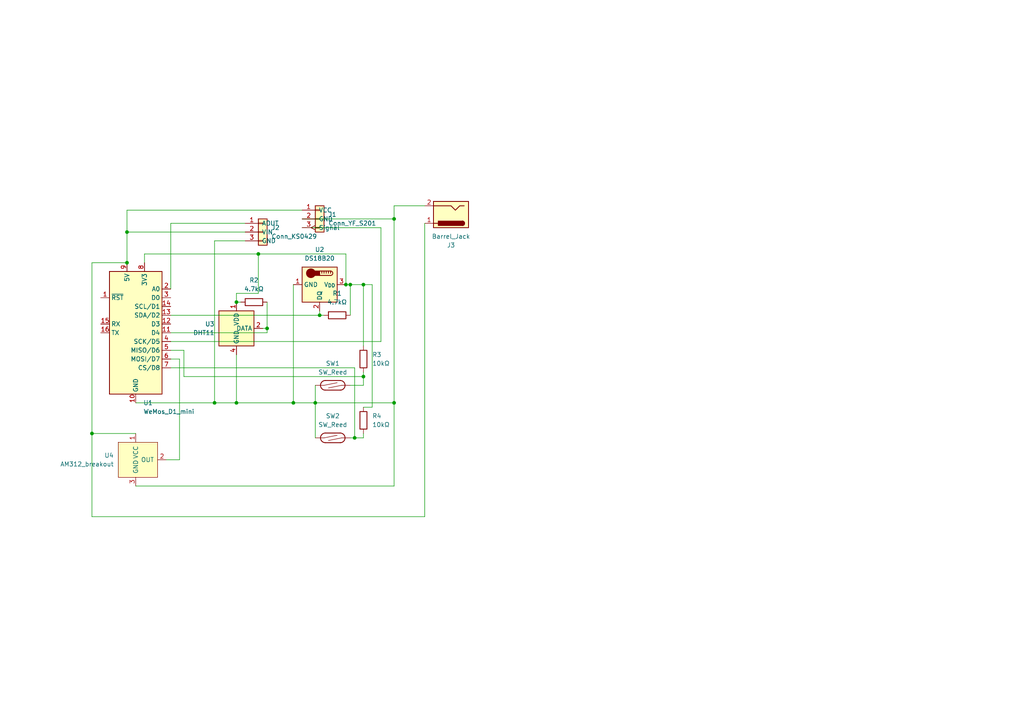
<source format=kicad_sch>
(kicad_sch (version 20231120) (generator "eeschema") (generator_version "8.0")
  (paper "A4")
  (lib_symbols
    (symbol "AM312_Breakout:AM312_breakout" (pin_names (offset 1.016))
      (property "Reference" "U" (at -3.81 6.35 0))
      (property "Value" "AM312_breakout" (at 8.89 6.35 0))
      (symbol "AM312_breakout_1_1"
        (rectangle (start -5.08 5.08) (end 6.35 -5.08) (fill (type background)))
        (pin power_in line (at 0 7.62 270) (length 2.54) (name "VCC") (number "1"))
        (pin output line (at 8.89 0 180) (length 2.54) (name "OUT") (number "2"))
        (pin power_in line (at 0 -7.62 90) (length 2.54) (name "GND") (number "3"))
      )
    )
    (symbol "Connector:Barrel_Jack" (pin_names (offset 1.016))
      (property "Reference" "J" (at 0 5.334 0))
      (property "Value" "Barrel_Jack" (at 0 -5.08 0))
      (symbol "Barrel_Jack_0_1"
        (rectangle (start -5.08 3.81) (end 5.08 -3.81) (stroke (width 0.254)) (fill (type background)))
        (arc (start -3.302 3.175) (mid -3.9343 2.54) (end -3.302 1.905) (stroke (width 0.254)))
        (arc (start -3.302 3.175) (mid -3.9343 2.54) (end -3.302 1.905) (stroke (width 0.254)) (fill (type outline)))
        (polyline (pts (xy 5.08 2.54) (xy 3.81 2.54)) (stroke (width 0.254)))
        (polyline (pts (xy -3.81 -2.54) (xy -2.54 -2.54) (xy -1.27 -1.27) (xy 0 -2.54) (xy 2.54 -2.54) (xy 5.08 -2.54)) (stroke (width 0.254)))
        (rectangle (start 3.683 3.175) (end -3.302 1.905) (stroke (width 0.254)) (fill (type outline)))
      )
      (symbol "Barrel_Jack_1_1"
        (pin passive line (at 7.62 2.54 180) (length 2.54) (name "~") (number "1"))
        (pin passive line (at 7.62 -2.54 180) (length 2.54) (name "~") (number "2"))
      )
    )
    (symbol "CustomComponents:Conn_KS0429" (pin_names (offset 1.016))
      (property "Reference" "J" (at 0 5.08 0))
      (property "Value" "Conn_KS0429" (at 0 -5.08 0))
      (symbol "Conn_KS0429_1_1"
        (rectangle (start -1.27 -2.413) (end 0 -2.667) (stroke (width 0.1524)))
        (rectangle (start -1.27 0.127) (end 0 -0.127) (stroke (width 0.1524)))
        (rectangle (start -1.27 2.667) (end 0 2.413) (stroke (width 0.1524)))
        (rectangle (start -1.27 3.81) (end 1.27 -3.81) (stroke (width 0.254)) (fill (type background)))
        (pin output line (at -5.08 2.54 0) (length 3.81) (name "AOUT") (number "1"))
        (pin power_in line (at -5.08 0 0) (length 3.81) (name "VIN") (number "2"))
        (pin power_in line (at -5.08 -2.54 0) (length 3.81) (name "GND") (number "3"))
      )
    )
    (symbol "CustomComponents:Conn_YF_S201" (pin_names (offset 1.016))
      (property "Reference" "J" (at 0 5.08 0))
      (property "Value" "Conn_YF_S201" (at 0 -5.08 0))
      (symbol "Conn_YF_S201_1_1"
        (rectangle (start -1.27 -2.413) (end 0 -2.667) (stroke (width 0.1524)))
        (rectangle (start -1.27 0.127) (end 0 -0.127) (stroke (width 0.1524)))
        (rectangle (start -1.27 2.667) (end 0 2.413) (stroke (width 0.1524)))
        (rectangle (start -1.27 3.81) (end 1.27 -3.81) (stroke (width 0.254)) (fill (type background)))
        (pin power_in line (at -5.08 2.54 0) (length 3.81) (name "VCC") (number "1"))
        (pin power_in line (at -5.08 0 0) (length 3.81) (name "GND") (number "2"))
        (pin output edge_clock_high (at -5.08 -2.54 0) (length 3.81) (name "Signal") (number "3"))
      )
    )
    (symbol "Device:R" (pin_numbers hide) (pin_names (offset 0))
      (property "Reference" "R" (at 2.032 0 90))
      (property "Value" "R" (at 0 0 90))
      (symbol "R_0_1"
        (rectangle (start -1.016 -2.54) (end 1.016 2.54) (stroke (width 0.254)))
      )
      (symbol "R_1_1"
        (pin passive line (at 0 3.81 270) (length 1.27) (name "~") (number "1"))
        (pin passive line (at 0 -3.81 90) (length 1.27) (name "~") (number "2"))
      )
    )
    (symbol "MCU_Module:WeMos_D1_mini"
      (property "Reference" "U" (at 3.81 19.05 0))
      (property "Value" "WeMos_D1_mini" (at 1.27 -19.05 0))
      (symbol "WeMos_D1_mini_1_1"
        (rectangle (start -7.62 17.78) (end 7.62 -17.78) (stroke (width 0.254)) (fill (type background)))
        (pin input line (at -10.16 10.16 0) (length 2.54) (name "~{RST}") (number "1"))
        (pin power_in line (at 0 -20.32 90) (length 2.54) (name "GND") (number "10"))
        (pin bidirectional line (at 10.16 0 180) (length 2.54) (name "D4") (number "11"))
        (pin bidirectional line (at 10.16 2.54 180) (length 2.54) (name "D3") (number "12"))
        (pin bidirectional line (at 10.16 5.08 180) (length 2.54) (name "SDA/D2") (number "13"))
        (pin bidirectional line (at 10.16 7.62 180) (length 2.54) (name "SCL/D1") (number "14"))
        (pin input line (at -10.16 2.54 0) (length 2.54) (name "RX") (number "15"))
        (pin output line (at -10.16 0 0) (length 2.54) (name "TX") (number "16"))
        (pin input line (at 10.16 12.7 180) (length 2.54) (name "A0") (number "2"))
        (pin bidirectional line (at 10.16 10.16 180) (length 2.54) (name "D0") (number "3"))
        (pin bidirectional line (at 10.16 -2.54 180) (length 2.54) (name "SCK/D5") (number "4"))
        (pin bidirectional line (at 10.16 -5.08 180) (length 2.54) (name "MISO/D6") (number "5"))
        (pin bidirectional line (at 10.16 -7.62 180) (length 2.54) (name "MOSI/D7") (number "6"))
        (pin bidirectional line (at 10.16 -10.16 180) (length 2.54) (name "CS/D8") (number "7"))
        (pin power_out line (at 2.54 20.32 270) (length 2.54) (name "3V3") (number "8"))
        (pin power_in line (at -2.54 20.32 270) (length 2.54) (name "5V") (number "9"))
      )
    )
    (symbol "Sensor:DHT11"
      (property "Reference" "U" (at -3.81 6.35 0))
      (property "Value" "DHT11" (at 3.81 6.35 0))
      (symbol "DHT11_0_1"
        (rectangle (start -5.08 5.08) (end 5.08 -5.08) (stroke (width 0.254)) (fill (type background)))
      )
      (symbol "DHT11_1_1"
        (pin power_in line (at 0 7.62 270) (length 2.54) (name "VDD") (number "1"))
        (pin bidirectional line (at 7.62 0 180) (length 2.54) (name "DATA") (number "2"))
        (pin no_connect line (at -5.08 0 0) (length 2.54) hide (name "NC") (number "3"))
        (pin power_in line (at 0 -7.62 90) (length 2.54) (name "GND") (number "4"))
      )
    )
    (symbol "Sensor_Temperature:DS18B20"
      (property "Reference" "U" (at -3.81 6.35 0))
      (property "Value" "DS18B20" (at 6.35 6.35 0))
      (symbol "DS18B20_0_1"
        (rectangle (start -5.08 5.08) (end 5.08 -5.08) (stroke (width 0.254)) (fill (type background)))
        (circle (center -3.302 -2.54) (radius 1.27) (stroke (width 0.254)) (fill (type outline)))
        (rectangle (start -2.667 -1.905) (end -3.937 0) (stroke (width 0.254)) (fill (type outline)))
        (arc (start -2.667 3.175) (mid -3.302 3.8073) (end -3.937 3.175) (stroke (width 0.254)))
        (polyline (pts (xy -3.937 0.635) (xy -3.302 0.635)) (stroke (width 0.254)))
        (polyline (pts (xy -3.937 1.27) (xy -3.302 1.27)) (stroke (width 0.254)))
        (polyline (pts (xy -3.937 1.905) (xy -3.302 1.905)) (stroke (width 0.254)))
        (polyline (pts (xy -3.937 2.54) (xy -3.302 2.54)) (stroke (width 0.254)))
        (polyline (pts (xy -3.937 3.175) (xy -3.937 0)) (stroke (width 0.254)))
        (polyline (pts (xy -3.937 3.175) (xy -3.302 3.175)) (stroke (width 0.254)))
        (polyline (pts (xy -2.667 3.175) (xy -2.667 0)) (stroke (width 0.254)))
      )
      (symbol "DS18B20_1_1"
        (pin power_in line (at 0 -7.62 90) (length 2.54) (name "GND") (number "1"))
        (pin bidirectional line (at 7.62 0 180) (length 2.54) (name "DQ") (number "2"))
        (pin power_in line (at 0 7.62 270) (length 2.54) (name "V_{DD}") (number "3"))
      )
    )
    (symbol "Switch:SW_Reed" (pin_numbers hide) (pin_names (offset 0) hide)
      (property "Reference" "SW" (at 0 2.54 0))
      (property "Value" "SW_Reed" (at 0 -2.54 0))
      (symbol "SW_Reed_0_0"
        (arc (start -2.159 1.397) (mid -3.55 0) (end -2.159 -1.397) (stroke (width 0.254)))
        (polyline (pts (xy -2.54 0) (xy 1.27 0.762)))
        (polyline (pts (xy -2.159 -1.397) (xy 2.286 -1.397)) (stroke (width 0.254)))
        (polyline (pts (xy 2.159 1.397) (xy -2.159 1.397)) (stroke (width 0.254)))
        (polyline (pts (xy 2.54 0) (xy -1.27 -0.762)))
        (arc (start 2.159 -1.397) (mid 3.55 0) (end 2.159 1.397) (stroke (width 0.254)))
      )
      (symbol "SW_Reed_1_1"
        (pin passive line (at -5.08 0 0) (length 2.54) (name "1") (number "1"))
        (pin passive line (at 5.08 0 180) (length 2.54) (name "2") (number "2"))
      )
    )
  )
  (junction (at 92.71 91.44))
  (junction (at 36.83 67.31))
  (junction (at 74.93 73.66))
  (junction (at 102.87 127))
  (junction (at 105.41 82.55))
  (junction (at 114.3 63.5))
  (junction (at 36.83 76.2))
  (junction (at 62.23 116.84))
  (junction (at 101.6 82.55))
  (junction (at 85.09 116.84))
  (junction (at 105.41 109.22))
  (junction (at 68.58 116.84))
  (junction (at 26.67 125.73))
  (junction (at 68.58 87.63))
  (junction (at 100.33 82.55))
  (junction (at 91.44 116.84))
  (junction (at 77.47 95.25))
  (junction (at 114.3 116.84))
  (wire (pts (xy 48.26 133.35) (xy 52.07 133.35)))
  (wire (pts (xy 62.23 69.85) (xy 71.12 69.85)))
  (wire (pts (xy 39.37 140.97) (xy 114.3 140.97)))
  (wire (pts (xy 100.33 82.55) (xy 101.6 82.55)))
  (wire (pts (xy 102.87 106.68) (xy 102.87 127)))
  (wire (pts (xy 87.63 63.5) (xy 114.3 63.5)))
  (wire (pts (xy 107.95 118.11) (xy 107.95 82.55)))
  (wire (pts (xy 68.58 116.84) (xy 85.09 116.84)))
  (wire (pts (xy 49.53 91.44) (xy 92.71 91.44)))
  (wire (pts (xy 49.53 106.68) (xy 102.87 106.68)))
  (wire (pts (xy 91.44 111.76) (xy 91.44 116.84)))
  (wire (pts (xy 91.44 116.84) (xy 91.44 127)))
  (wire (pts (xy 114.3 63.5) (xy 114.3 116.84)))
  (wire (pts (xy 87.63 60.96) (xy 36.83 60.96)))
  (wire (pts (xy 74.93 85.09) (xy 74.93 73.66)))
  (wire (pts (xy 92.71 91.44) (xy 93.98 91.44)))
  (wire (pts (xy 53.34 109.22) (xy 53.34 101.6)))
  (wire (pts (xy 36.83 60.96) (xy 36.83 67.31)))
  (wire (pts (xy 100.33 82.55) (xy 100.33 73.66)))
  (wire (pts (xy 92.71 91.44) (xy 92.71 90.17)))
  (wire (pts (xy 49.53 64.77) (xy 49.53 83.82)))
  (wire (pts (xy 68.58 87.63) (xy 68.58 85.09)))
  (wire (pts (xy 105.41 109.22) (xy 53.34 109.22)))
  (wire (pts (xy 114.3 140.97) (xy 114.3 116.84)))
  (wire (pts (xy 68.58 85.09) (xy 74.93 85.09)))
  (wire (pts (xy 53.34 101.6) (xy 49.53 101.6)))
  (wire (pts (xy 105.41 100.33) (xy 105.41 82.55)))
  (wire (pts (xy 101.6 82.55) (xy 105.41 82.55)))
  (wire (pts (xy 77.47 95.25) (xy 76.2 95.25)))
  (wire (pts (xy 105.41 125.73) (xy 105.41 127)))
  (wire (pts (xy 123.19 59.69) (xy 114.3 59.69)))
  (wire (pts (xy 62.23 69.85) (xy 62.23 116.84)))
  (wire (pts (xy 52.07 104.14) (xy 49.53 104.14)))
  (wire (pts (xy 105.41 127) (xy 102.87 127)))
  (wire (pts (xy 87.63 66.04) (xy 110.49 66.04)))
  (wire (pts (xy 105.41 109.22) (xy 105.41 111.76)))
  (wire (pts (xy 110.49 99.06) (xy 49.53 99.06)))
  (wire (pts (xy 41.91 73.66) (xy 41.91 76.2)))
  (wire (pts (xy 39.37 125.73) (xy 26.67 125.73)))
  (wire (pts (xy 105.41 118.11) (xy 107.95 118.11)))
  (wire (pts (xy 100.33 73.66) (xy 74.93 73.66)))
  (wire (pts (xy 105.41 111.76) (xy 101.6 111.76)))
  (wire (pts (xy 26.67 76.2) (xy 26.67 125.73)))
  (wire (pts (xy 71.12 64.77) (xy 49.53 64.77)))
  (wire (pts (xy 102.87 127) (xy 101.6 127)))
  (wire (pts (xy 101.6 91.44) (xy 101.6 82.55)))
  (wire (pts (xy 39.37 116.84) (xy 62.23 116.84)))
  (wire (pts (xy 26.67 76.2) (xy 36.83 76.2)))
  (wire (pts (xy 123.19 149.86) (xy 26.67 149.86)))
  (wire (pts (xy 77.47 87.63) (xy 77.47 95.25)))
  (wire (pts (xy 114.3 59.69) (xy 114.3 63.5)))
  (wire (pts (xy 52.07 133.35) (xy 52.07 104.14)))
  (wire (pts (xy 85.09 116.84) (xy 91.44 116.84)))
  (wire (pts (xy 91.44 116.84) (xy 114.3 116.84)))
  (wire (pts (xy 105.41 107.95) (xy 105.41 109.22)))
  (wire (pts (xy 74.93 73.66) (xy 41.91 73.66)))
  (wire (pts (xy 85.09 82.55) (xy 85.09 116.84)))
  (wire (pts (xy 68.58 102.87) (xy 68.58 116.84)))
  (wire (pts (xy 123.19 64.77) (xy 123.19 149.86)))
  (wire (pts (xy 62.23 116.84) (xy 68.58 116.84)))
  (wire (pts (xy 26.67 149.86) (xy 26.67 125.73)))
  (wire (pts (xy 110.49 66.04) (xy 110.49 99.06)))
  (wire (pts (xy 77.47 96.52) (xy 77.47 95.25)))
  (wire (pts (xy 36.83 67.31) (xy 36.83 76.2)))
  (wire (pts (xy 36.83 67.31) (xy 71.12 67.31)))
  (wire (pts (xy 107.95 82.55) (xy 105.41 82.55)))
  (wire (pts (xy 49.53 96.52) (xy 77.47 96.52)))
  (wire (pts (xy 68.58 87.63) (xy 69.85 87.63)))
  (symbol (lib_id "CustomComponents:Conn_YF_S201") (at 92.71 63.5 0) (unit 1)
    (property "Reference" "J1" (at 95.25 62.2299 0) (effects (justify left)))
    (property "Value" "Conn_YF_S201" (at 95.25 64.7699 0) (effects (justify left)))
    (property "Footprint" "TerminalBlock_Phoenix:TerminalBlock_Phoenix_MPT-0,5-3-2.54_1x03_P2.54mm_Horizontal" (effects (hide yes)))
    (property "Description" "Generic connector, single row, 01x03, script generated (kicad-library-utils/schlib/autogen/connector/)" (effects (hide yes)))
  )
  (symbol (lib_id "Device:R") (at 105.41 121.92 180) (unit 1)
    (property "Reference" "R4" (at 107.95 120.6499 0) (effects (justify right)))
    (property "Value" "10kΩ" (at 107.95 123.1899 0) (effects (justify right)))
    (property "Footprint" "Resistor_THT:R_Axial_DIN0207_L6.3mm_D2.5mm_P7.62mm_Horizontal" (effects (hide yes)))
    (property "Description" "Resistor" (effects (hide yes)))
  )
  (symbol (lib_id "MCU_Module:WeMos_D1_mini") (at 39.37 96.52 0) (unit 1)
    (property "Reference" "U1" (at 41.5641 116.84 0) (effects (justify left)))
    (property "Value" "WeMos_D1_mini" (at 41.5641 119.38 0) (effects (justify left)))
    (property "Footprint" "Module:WEMOS_D1_mini_light" (effects (hide yes)))
    (property "Datasheet" "https://wiki.wemos.cc/products:d1:d1_mini#documentation" (effects (hide yes)))
    (property "Description" "32-bit microcontroller module with WiFi" (effects (hide yes)))
  )
  (symbol (lib_id "Switch:SW_Reed") (at 96.52 127 0) (unit 1)
    (property "Reference" "SW2" (at 96.52 120.65 0))
    (property "Value" "SW_Reed" (at 96.52 123.19 0))
    (property "Footprint" "TerminalBlock_Phoenix:TerminalBlock_Phoenix_MPT-0,5-2-2.54_1x02_P2.54mm_Horizontal" (effects (hide yes)))
    (property "Description" "reed switch" (effects (hide yes)))
  )
  (symbol (lib_id "Switch:SW_Reed") (at 96.52 111.76 0) (unit 1)
    (property "Reference" "SW1" (at 96.52 105.41 0))
    (property "Value" "SW_Reed" (at 96.52 107.95 0))
    (property "Footprint" "TerminalBlock_Phoenix:TerminalBlock_Phoenix_MPT-0,5-2-2.54_1x02_P2.54mm_Horizontal" (effects (hide yes)))
    (property "Description" "reed switch" (effects (hide yes)))
  )
  (symbol (lib_id "Device:R") (at 73.66 87.63 90) (unit 1)
    (property "Reference" "R2" (at 73.66 81.28 90))
    (property "Value" "4.7kΩ" (at 73.66 83.82 90))
    (property "Footprint" "Resistor_THT:R_Axial_DIN0207_L6.3mm_D2.5mm_P7.62mm_Horizontal" (effects (hide yes)))
    (property "Description" "Resistor" (effects (hide yes)))
  )
  (symbol (lib_id "Device:R") (at 97.79 91.44 90) (unit 1)
    (property "Reference" "R1" (at 97.79 85.09 90))
    (property "Value" "4.7kΩ" (at 97.79 87.63 90))
    (property "Footprint" "Resistor_THT:R_Axial_DIN0207_L6.3mm_D2.5mm_P7.62mm_Horizontal" (effects (hide yes)))
    (property "Description" "Resistor" (effects (hide yes)))
  )
  (symbol (lib_id "CustomComponents:Conn_KS0429") (at 76.2 67.31 0) (unit 1)
    (property "Reference" "J2" (at 78.74 66.0399 0) (effects (justify left)))
    (property "Value" "Conn_KS0429" (at 78.74 68.5799 0) (effects (justify left)))
    (property "Footprint" "Connector_JST:JST_EH_B3B-EH-A_1x03_P2.50mm_Vertical" (effects (hide yes)))
    (property "Description" "Generic connector, single row, 01x03, script generated (kicad-library-utils/schlib/autogen/connector/)" (effects (hide yes)))
  )
  (symbol (lib_id "Sensor:DHT11") (at 68.58 95.25 0) (unit 1)
    (property "Reference" "U3" (at 62.23 93.9799 0) (effects (justify right)))
    (property "Value" "DHT11" (at 62.23 96.5199 0) (effects (justify right)))
    (property "Footprint" "Sensor:Aosong_DHT11_5.5x12.0_P2.54mm" (effects (hide yes)))
    (property "Datasheet" "http://akizukidenshi.com/download/ds/aosong/DHT11.pdf" (effects (hide yes)))
    (property "Description" "3.3V to 5.5V, temperature and humidity module, DHT11" (effects (hide yes)))
  )
  (symbol (lib_id "Device:R") (at 105.41 104.14 180) (unit 1)
    (property "Reference" "R3" (at 107.95 102.8699 0) (effects (justify right)))
    (property "Value" "10kΩ" (at 107.95 105.4099 0) (effects (justify right)))
    (property "Footprint" "Resistor_THT:R_Axial_DIN0207_L6.3mm_D2.5mm_P7.62mm_Horizontal" (effects (hide yes)))
    (property "Description" "Resistor" (effects (hide yes)))
  )
  (symbol (lib_id "AM312_Breakout:AM312_breakout") (at 39.37 133.35 0) (unit 1)
    (property "Reference" "U4" (at 33.02 132.0799 0) (effects (justify right)))
    (property "Value" "AM312_breakout" (at 33.02 134.6199 0) (effects (justify right)))
    (property "Footprint" "Connector_PinHeader_2.54mm:PinHeader_1x03_P2.54mm_Vertical" (effects (hide yes)))
    (property "Description" "PIR motion sensor" (effects (hide yes)))
  )
  (symbol (lib_id "Connector:Barrel_Jack") (at 130.81 62.23 180) (unit 1)
    (property "Reference" "J3" (at 130.81 71.12 0))
    (property "Value" "Barrel_Jack" (at 130.81 68.58 0))
    (property "Footprint" "Connector_BarrelJack:BarrelJack_Horizontal" (effects (hide yes)))
    (property "Description" "DC Barrel Jack" (effects (hide yes)))
  )
  (symbol (lib_id "Sensor_Temperature:DS18B20") (at 92.71 82.55 270) (unit 1)
    (property "Reference" "U2" (at 92.71 72.39 90))
    (property "Value" "DS18B20" (at 92.71 74.93 90))
    (property "Footprint" "TerminalBlock_Phoenix:TerminalBlock_Phoenix_MPT-0,5-3-2.54_1x03_P2.54mm_Horizontal" (effects (hide yes)))
    (property "Datasheet" "http://datasheets.maximintegrated.com/en/ds/DS18B20.pdf" (effects (hide yes)))
    (property "Description" "Programmable Resolution 1-Wire Digital Thermometer TO-92" (effects (hide yes)))
  )
)
</source>
